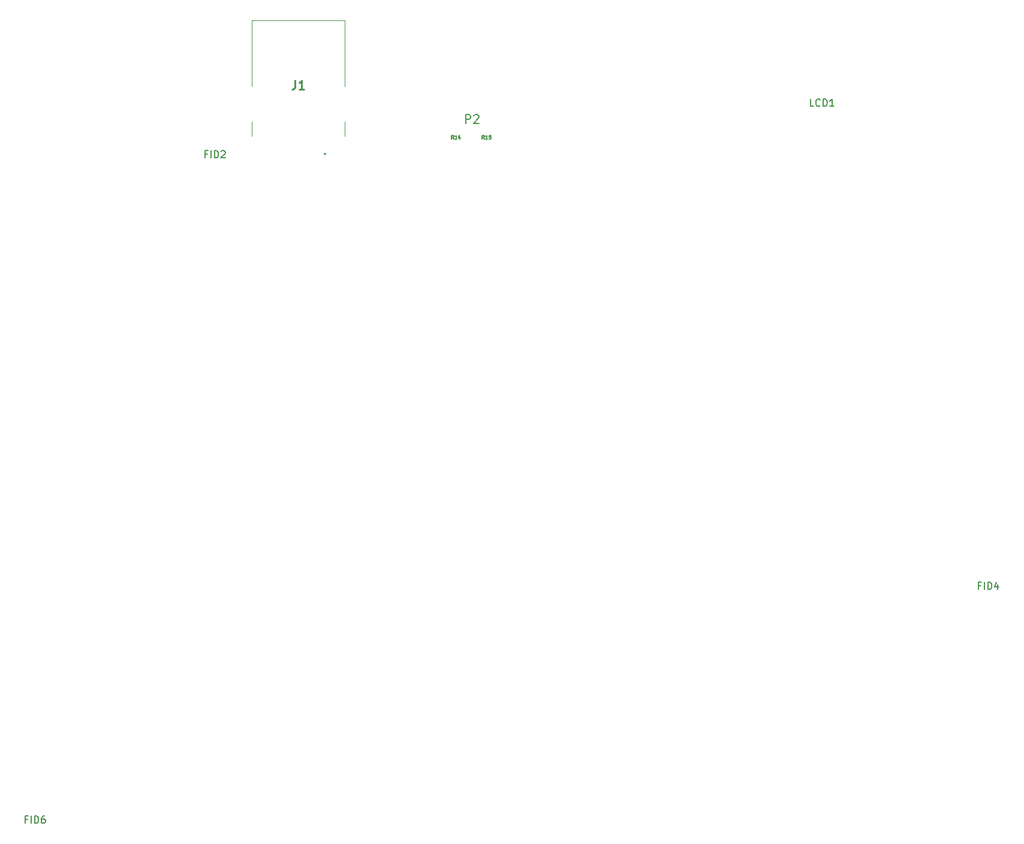
<source format=gto>
G04 #@! TF.GenerationSoftware,KiCad,Pcbnew,5.1.6-c6e7f7d~87~ubuntu20.04.1*
G04 #@! TF.CreationDate,2020-08-07T18:55:31+02:00*
G04 #@! TF.ProjectId,ICEDRight,49434544-5269-4676-9874-2e6b69636164,Rev 1.2b*
G04 #@! TF.SameCoordinates,Original*
G04 #@! TF.FileFunction,Legend,Top*
G04 #@! TF.FilePolarity,Positive*
%FSLAX46Y46*%
G04 Gerber Fmt 4.6, Leading zero omitted, Abs format (unit mm)*
G04 Created by KiCad (PCBNEW 5.1.6-c6e7f7d~87~ubuntu20.04.1) date 2020-08-07 18:55:31*
%MOMM*%
%LPD*%
G01*
G04 APERTURE LIST*
%ADD10C,0.200000*%
%ADD11C,0.100000*%
%ADD12C,0.254000*%
%ADD13C,0.127000*%
G04 APERTURE END LIST*
D10*
G04 #@! TO.C,J1*
X85500000Y-57301000D02*
X85500000Y-57301000D01*
X85500000Y-57101000D02*
X85500000Y-57101000D01*
D11*
X75200000Y-38368000D02*
X75200000Y-47669000D01*
X88300000Y-38368000D02*
X75200000Y-38368000D01*
X88300000Y-47669000D02*
X88300000Y-38368000D01*
X75200000Y-54668000D02*
X75200000Y-52668000D01*
X88300000Y-54668000D02*
X88300000Y-52668000D01*
D10*
X85500000Y-57101000D02*
G75*
G02*
X85500000Y-57301000I0J-100000D01*
G01*
X85500000Y-57301000D02*
G75*
G02*
X85500000Y-57101000I0J100000D01*
G01*
D12*
X81326666Y-46783523D02*
X81326666Y-47690666D01*
X81266190Y-47872095D01*
X81145238Y-47993047D01*
X80963809Y-48053523D01*
X80842857Y-48053523D01*
X82596666Y-48053523D02*
X81870952Y-48053523D01*
X82233809Y-48053523D02*
X82233809Y-46783523D01*
X82112857Y-46964952D01*
X81991904Y-47085904D01*
X81870952Y-47146380D01*
G04 #@! TO.C,P2*
D10*
X105413285Y-52879257D02*
X105413285Y-51679257D01*
X105870428Y-51679257D01*
X105984714Y-51736400D01*
X106041857Y-51793542D01*
X106099000Y-51907828D01*
X106099000Y-52079257D01*
X106041857Y-52193542D01*
X105984714Y-52250685D01*
X105870428Y-52307828D01*
X105413285Y-52307828D01*
X106556142Y-51793542D02*
X106613285Y-51736400D01*
X106727571Y-51679257D01*
X107013285Y-51679257D01*
X107127571Y-51736400D01*
X107184714Y-51793542D01*
X107241857Y-51907828D01*
X107241857Y-52022114D01*
X107184714Y-52193542D01*
X106499000Y-52879257D01*
X107241857Y-52879257D01*
G04 #@! TO.C,LCD1*
X154535333Y-50490380D02*
X154059142Y-50490380D01*
X154059142Y-49490380D01*
X155440095Y-50395142D02*
X155392476Y-50442761D01*
X155249619Y-50490380D01*
X155154380Y-50490380D01*
X155011523Y-50442761D01*
X154916285Y-50347523D01*
X154868666Y-50252285D01*
X154821047Y-50061809D01*
X154821047Y-49918952D01*
X154868666Y-49728476D01*
X154916285Y-49633238D01*
X155011523Y-49538000D01*
X155154380Y-49490380D01*
X155249619Y-49490380D01*
X155392476Y-49538000D01*
X155440095Y-49585619D01*
X155868666Y-50490380D02*
X155868666Y-49490380D01*
X156106761Y-49490380D01*
X156249619Y-49538000D01*
X156344857Y-49633238D01*
X156392476Y-49728476D01*
X156440095Y-49918952D01*
X156440095Y-50061809D01*
X156392476Y-50252285D01*
X156344857Y-50347523D01*
X156249619Y-50442761D01*
X156106761Y-50490380D01*
X155868666Y-50490380D01*
X157392476Y-50490380D02*
X156821047Y-50490380D01*
X157106761Y-50490380D02*
X157106761Y-49490380D01*
X157011523Y-49633238D01*
X156916285Y-49728476D01*
X156821047Y-49776095D01*
G04 #@! TO.C,FID6*
X43505571Y-151226571D02*
X43172238Y-151226571D01*
X43172238Y-151750380D02*
X43172238Y-150750380D01*
X43648428Y-150750380D01*
X44029380Y-151750380D02*
X44029380Y-150750380D01*
X44505571Y-151750380D02*
X44505571Y-150750380D01*
X44743666Y-150750380D01*
X44886523Y-150798000D01*
X44981761Y-150893238D01*
X45029380Y-150988476D01*
X45077000Y-151178952D01*
X45077000Y-151321809D01*
X45029380Y-151512285D01*
X44981761Y-151607523D01*
X44886523Y-151702761D01*
X44743666Y-151750380D01*
X44505571Y-151750380D01*
X45934142Y-150750380D02*
X45743666Y-150750380D01*
X45648428Y-150798000D01*
X45600809Y-150845619D01*
X45505571Y-150988476D01*
X45457952Y-151178952D01*
X45457952Y-151559904D01*
X45505571Y-151655142D01*
X45553190Y-151702761D01*
X45648428Y-151750380D01*
X45838904Y-151750380D01*
X45934142Y-151702761D01*
X45981761Y-151655142D01*
X46029380Y-151559904D01*
X46029380Y-151321809D01*
X45981761Y-151226571D01*
X45934142Y-151178952D01*
X45838904Y-151131333D01*
X45648428Y-151131333D01*
X45553190Y-151178952D01*
X45505571Y-151226571D01*
X45457952Y-151321809D01*
G04 #@! TO.C,FID4*
X178125571Y-118206571D02*
X177792238Y-118206571D01*
X177792238Y-118730380D02*
X177792238Y-117730380D01*
X178268428Y-117730380D01*
X178649380Y-118730380D02*
X178649380Y-117730380D01*
X179125571Y-118730380D02*
X179125571Y-117730380D01*
X179363666Y-117730380D01*
X179506523Y-117778000D01*
X179601761Y-117873238D01*
X179649380Y-117968476D01*
X179697000Y-118158952D01*
X179697000Y-118301809D01*
X179649380Y-118492285D01*
X179601761Y-118587523D01*
X179506523Y-118682761D01*
X179363666Y-118730380D01*
X179125571Y-118730380D01*
X180554142Y-118063714D02*
X180554142Y-118730380D01*
X180316047Y-117682761D02*
X180077952Y-118397047D01*
X180697000Y-118397047D01*
G04 #@! TO.C,FID2*
X68905571Y-57246571D02*
X68572238Y-57246571D01*
X68572238Y-57770380D02*
X68572238Y-56770380D01*
X69048428Y-56770380D01*
X69429380Y-57770380D02*
X69429380Y-56770380D01*
X69905571Y-57770380D02*
X69905571Y-56770380D01*
X70143666Y-56770380D01*
X70286523Y-56818000D01*
X70381761Y-56913238D01*
X70429380Y-57008476D01*
X70477000Y-57198952D01*
X70477000Y-57341809D01*
X70429380Y-57532285D01*
X70381761Y-57627523D01*
X70286523Y-57722761D01*
X70143666Y-57770380D01*
X69905571Y-57770380D01*
X70857952Y-56865619D02*
X70905571Y-56818000D01*
X71000809Y-56770380D01*
X71238904Y-56770380D01*
X71334142Y-56818000D01*
X71381761Y-56865619D01*
X71429380Y-56960857D01*
X71429380Y-57056095D01*
X71381761Y-57198952D01*
X70810333Y-57770380D01*
X71429380Y-57770380D01*
G04 #@! TO.C,R14*
D13*
X103686428Y-55093809D02*
X103517095Y-54851904D01*
X103396142Y-55093809D02*
X103396142Y-54585809D01*
X103589666Y-54585809D01*
X103638047Y-54610000D01*
X103662238Y-54634190D01*
X103686428Y-54682571D01*
X103686428Y-54755142D01*
X103662238Y-54803523D01*
X103638047Y-54827714D01*
X103589666Y-54851904D01*
X103396142Y-54851904D01*
X104170238Y-55093809D02*
X103879952Y-55093809D01*
X104025095Y-55093809D02*
X104025095Y-54585809D01*
X103976714Y-54658380D01*
X103928333Y-54706761D01*
X103879952Y-54730952D01*
X104605666Y-54755142D02*
X104605666Y-55093809D01*
X104484714Y-54561619D02*
X104363761Y-54924476D01*
X104678238Y-54924476D01*
G04 #@! TO.C,R15*
X108004428Y-55093809D02*
X107835095Y-54851904D01*
X107714142Y-55093809D02*
X107714142Y-54585809D01*
X107907666Y-54585809D01*
X107956047Y-54610000D01*
X107980238Y-54634190D01*
X108004428Y-54682571D01*
X108004428Y-54755142D01*
X107980238Y-54803523D01*
X107956047Y-54827714D01*
X107907666Y-54851904D01*
X107714142Y-54851904D01*
X108488238Y-55093809D02*
X108197952Y-55093809D01*
X108343095Y-55093809D02*
X108343095Y-54585809D01*
X108294714Y-54658380D01*
X108246333Y-54706761D01*
X108197952Y-54730952D01*
X108947857Y-54585809D02*
X108705952Y-54585809D01*
X108681761Y-54827714D01*
X108705952Y-54803523D01*
X108754333Y-54779333D01*
X108875285Y-54779333D01*
X108923666Y-54803523D01*
X108947857Y-54827714D01*
X108972047Y-54876095D01*
X108972047Y-54997047D01*
X108947857Y-55045428D01*
X108923666Y-55069619D01*
X108875285Y-55093809D01*
X108754333Y-55093809D01*
X108705952Y-55069619D01*
X108681761Y-55045428D01*
G04 #@! TD*
M02*

</source>
